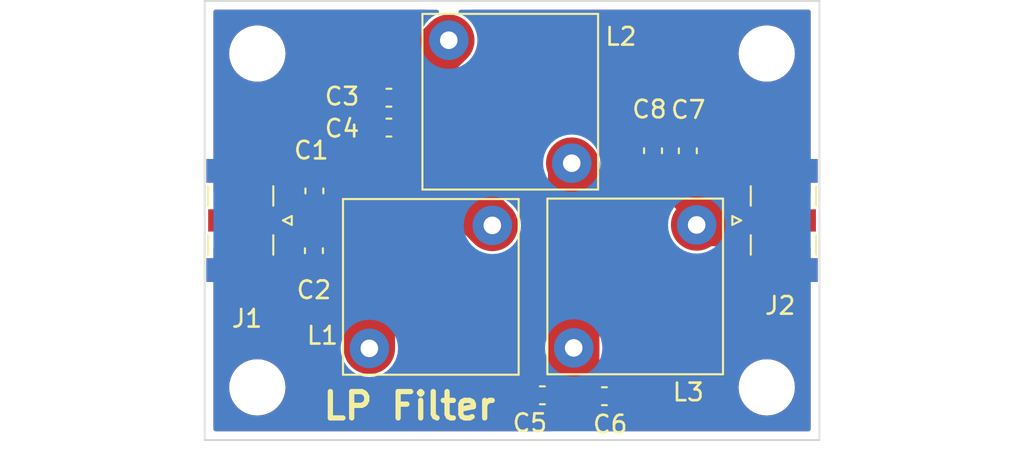
<source format=kicad_pcb>
(kicad_pcb (version 20211014) (generator pcbnew)
  (layers (0 "F.Cu" signal) (31 "B.Cu" signal) (34 "B.Paste" user) (35 "F.Paste" user) (36 "B.SilkS" user "B.Silkscreen") (37 "F.SilkS" user "F.Silkscreen") (38 "B.Mask" user) (39 "F.Mask" user) (44 "Edge.Cuts" user))
  (net 0 "")
  (net 1 "Net-(C1-Pad1)")
  (net 2 "GND")
  (net 3 "Net-(C3-Pad1)")
  (net 4 "Net-(C5-Pad1)")
  (net 5 "Net-(C7-Pad1)")
  (footprint "Capacitor_SMD:C_0603_1608Metric" (layer "F.Cu") (at 110.49 107.2134 180)
    (fp_text reference "C4" (at 2.667 -0.0508) (layer "F.SilkS"))
    (fp_text value "C")
    (fp_line (start -0.14058 -0.51) (end 0.14058 -0.51) (layer "F.SilkS") (width 0.12))
    (fp_line (start -0.14058 0.51) (end 0.14058 0.51) (layer "F.SilkS") (width 0.12))
    (pad "1" smd roundrect (at -0.775 0 180) (size 0.9 0.95) (layers "F.Cu" "F.Paste" "F.Mask") (net 3 "Net-(C3-Pad1)"))
    (pad "2" smd roundrect (at 0.775 0 180) (size 0.9 0.95) (layers "F.Cu" "F.Paste" "F.Mask") (net 2 "GND"))
  )
  (footprint "MountingHole:MountingHole_2.2mm_M2_DIN965" (layer "F.Cu") (at 103 122)
    (fp_text reference "H3" hide)
    (fp_text value "MountingHole")
    (pad "" np_thru_hole circle (at 0 0) (size 2.2 2.2) (drill 2.2) (layers *.Cu *.Mask))
  )
  (footprint "RF_Coil:10mm" (layer "F.Cu") (at 112.8776 116.2812 90)
    (fp_text reference "L1" (at -2.7686 -6.1722 unlocked) (layer "F.SilkS"))
    (fp_text value "L")
    (fp_line (start -5 -5) (end -5 5) (layer "F.SilkS") (width 0.12))
    (fp_line (start -5 5) (end 5 5) (layer "F.SilkS") (width 0.12))
    (fp_line (start 5 5) (end 5 -5) (layer "F.SilkS") (width 0.12))
    (fp_line (start 5 -5) (end -5 -5) (layer "F.SilkS") (width 0.12))
    (pad "1" thru_hole circle (at -3.5 -3.5 90) (size 2.25 2.25) (drill 1) (layers *.Cu *.Mask) (net 1 "Net-(C1-Pad1)"))
    (pad "2" thru_hole circle (at 3.5 3.5 90) (size 2.25 2.25) (drill 1) (layers *.Cu *.Mask) (net 3 "Net-(C3-Pad1)"))
  )
  (footprint "MountingHole:MountingHole_2.2mm_M2_DIN965" (layer "F.Cu") (at 132 122)
    (fp_text reference "H4" hide)
    (fp_text value "MountingHole")
    (pad "" np_thru_hole circle (at 0 0) (size 2.2 2.2) (drill 2.2) (layers *.Cu *.Mask))
  )
  (footprint "RF_Coil:10mm" (layer "F.Cu") (at 117.3988 105.7402)
    (fp_text reference "L2" (at 6.2992 -3.7084 unlocked) (layer "F.SilkS"))
    (fp_text value "L")
    (fp_line (start -5 -5) (end -5 5) (layer "F.SilkS") (width 0.12))
    (fp_line (start -5 5) (end 5 5) (layer "F.SilkS") (width 0.12))
    (fp_line (start 5 5) (end 5 -5) (layer "F.SilkS") (width 0.12))
    (fp_line (start 5 -5) (end -5 -5) (layer "F.SilkS") (width 0.12))
    (pad "1" thru_hole circle (at -3.5 -3.5) (size 2.25 2.25) (drill 1) (layers *.Cu *.Mask) (net 3 "Net-(C3-Pad1)"))
    (pad "2" thru_hole circle (at 3.5 3.5) (size 2.25 2.25) (drill 1) (layers *.Cu *.Mask) (net 4 "Net-(C5-Pad1)"))
  )
  (footprint "Capacitor_SMD:C_0603_1608Metric" (layer "F.Cu") (at 106.2482 110.8202 90)
    (fp_text reference "C1" (at 2.3114 -0.1778) (layer "F.SilkS"))
    (fp_text value "C")
    (fp_line (start -0.14058 0.51) (end 0.14058 0.51) (layer "F.SilkS") (width 0.12))
    (fp_line (start -0.14058 -0.51) (end 0.14058 -0.51) (layer "F.SilkS") (width 0.12))
    (pad "1" smd roundrect (at -0.775 0 90) (size 0.9 0.95) (layers "F.Cu" "F.Paste" "F.Mask") (net 1 "Net-(C1-Pad1)"))
    (pad "2" smd roundrect (at 0.775 0 90) (size 0.9 0.95) (layers "F.Cu" "F.Paste" "F.Mask") (net 2 "GND"))
  )
  (footprint "RF_Coil:10mm" (layer "F.Cu") (at 124.5108 116.2558 90)
    (fp_text reference "L3" (at -6.0198 3.0226 unlocked) (layer "F.SilkS"))
    (fp_text value "L")
    (fp_line (start -5 -5) (end -5 5) (layer "F.SilkS") (width 0.12))
    (fp_line (start 5 5) (end 5 -5) (layer "F.SilkS") (width 0.12))
    (fp_line (start -5 5) (end 5 5) (layer "F.SilkS") (width 0.12))
    (fp_line (start 5 -5) (end -5 -5) (layer "F.SilkS") (width 0.12))
    (pad "1" thru_hole circle (at -3.5 -3.5 90) (size 2.25 2.25) (drill 1) (layers *.Cu *.Mask) (net 4 "Net-(C5-Pad1)"))
    (pad "2" thru_hole circle (at 3.5 3.5 90) (size 2.25 2.25) (drill 1) (layers *.Cu *.Mask) (net 5 "Net-(C7-Pad1)"))
  )
  (footprint "Capacitor_SMD:C_0603_1608Metric" (layer "F.Cu") (at 125.5268 108.532 90)
    (fp_text reference "C8" (at 2.36 -0.2032) (layer "F.SilkS"))
    (fp_text value "C")
    (fp_line (start -0.14058 0.51) (end 0.14058 0.51) (layer "F.SilkS") (width 0.12))
    (fp_line (start -0.14058 -0.51) (end 0.14058 -0.51) (layer "F.SilkS") (width 0.12))
    (pad "1" smd roundrect (at -0.775 0 90) (size 0.9 0.95) (layers "F.Cu" "F.Paste" "F.Mask") (net 5 "Net-(C7-Pad1)"))
    (pad "2" smd roundrect (at 0.775 0 90) (size 0.9 0.95) (layers "F.Cu" "F.Paste" "F.Mask") (net 2 "GND"))
  )
  (footprint "Capacitor_SMD:C_0603_1608Metric" (layer "F.Cu") (at 106.2228 114.2238 -90)
    (fp_text reference "C2" (at 2.2352 0) (layer "F.SilkS"))
    (fp_text value "C")
    (fp_line (start -0.14058 0.51) (end 0.14058 0.51) (layer "F.SilkS") (width 0.12))
    (fp_line (start -0.14058 -0.51) (end 0.14058 -0.51) (layer "F.SilkS") (width 0.12))
    (pad "1" smd roundrect (at -0.775 0 270) (size 0.9 0.95) (layers "F.Cu" "F.Paste" "F.Mask") (net 1 "Net-(C1-Pad1)"))
    (pad "2" smd roundrect (at 0.775 0 270) (size 0.9 0.95) (layers "F.Cu" "F.Paste" "F.Mask") (net 2 "GND"))
  )
  (footprint "Capacitor_SMD:C_0603_1608Metric" (layer "F.Cu") (at 122.7582 122.5042)
    (fp_text reference "C6" (at 0.3302 1.6002) (layer "F.SilkS"))
    (fp_text value "C")
    (fp_line (start -0.14058 0.51) (end 0.14058 0.51) (layer "F.SilkS") (width 0.12))
    (fp_line (start -0.14058 -0.51) (end 0.14058 -0.51) (layer "F.SilkS") (width 0.12))
    (pad "1" smd roundrect (at -0.775 0) (size 0.9 0.95) (layers "F.Cu" "F.Paste" "F.Mask") (net 4 "Net-(C5-Pad1)"))
    (pad "2" smd roundrect (at 0.775 0) (size 0.9 0.95) (layers "F.Cu" "F.Paste" "F.Mask") (net 2 "GND"))
  )
  (footprint "Capacitor_SMD:C_0603_1608Metric" (layer "F.Cu") (at 119.2276 122.4534 180)
    (fp_text reference "C5" (at 0.7112 -1.5748) (layer "F.SilkS"))
    (fp_text value "C")
    (fp_line (start -0.14058 0.51) (end 0.14058 0.51) (layer "F.SilkS") (width 0.12))
    (fp_line (start -0.14058 -0.51) (end 0.14058 -0.51) (layer "F.SilkS") (width 0.12))
    (pad "1" smd roundrect (at -0.775 0 180) (size 0.9 0.95) (layers "F.Cu" "F.Paste" "F.Mask") (net 4 "Net-(C5-Pad1)"))
    (pad "2" smd roundrect (at 0.775 0 180) (size 0.9 0.95) (layers "F.Cu" "F.Paste" "F.Mask") (net 2 "GND"))
  )
  (footprint "MountingHole:MountingHole_2.2mm_M2_DIN965" (layer "F.Cu") (at 132 103)
    (fp_text reference "H2" hide)
    (fp_text value "MountingHole")
    (pad "" np_thru_hole circle (at 0 0) (size 2.2 2.2) (drill 2.2) (layers *.Cu *.Mask))
  )
  (footprint "Connector_Coaxial:SMA_Samtec_SMA-J-P-X-ST-EM1_EdgeMount" (layer "F.Cu") (at 132.8 112.5 90)
    (fp_text reference "J2" (at -4.848 -0.0342) (layer "F.SilkS"))
    (fp_text value "Conn_Coaxial")
    (fp_line (start 0.84 2) (end 1.95 2) (layer "F.SilkS") (width 0.12))
    (fp_line (start -0.25 -2.76) (end 0 -2.26) (layer "F.SilkS") (width 0.12))
    (fp_line (start -1.95 -1.71) (end -0.84 -1.71) (layer "F.SilkS") (width 0.12))
    (fp_line (start 0 -2.26) (end 0.25 -2.76) (layer "F.SilkS") (width 0.12))
    (fp_line (start 0.25 -2.76) (end -0.25 -2.76) (layer "F.SilkS") (width 0.12))
    (fp_line (start 0.84 -1.71) (end 1.95 -1.71) (layer "F.SilkS") (width 0.12))
    (fp_line (start -1.95 2) (end -0.84 2) (layer "F.SilkS") (width 0.12))
    (pad "1" smd rect (at 0 0.2 90) (size 1.27 3.6) (layers "F.Cu" "F.Paste" "F.Mask") (net 5 "Net-(C7-Pad1)"))
    (pad "2" smd rect (at 2.825 0 90) (size 1.35 4.2) (layers "F.Cu" "F.Paste" "F.Mask") (net 2 "GND"))
    (pad "2" smd rect (at -2.825 0 90) (size 1.35 4.2) (layers "F.Cu" "F.Paste" "F.Mask") (net 2 "GND"))
    (pad "2" smd rect (at 2.825 0 90) (size 1.35 4.2) (layers "B.Cu" "B.Paste" "B.Mask") (net 2 "GND"))
    (pad "2" smd rect (at -2.825 0 90) (size 1.35 4.2) (layers "B.Cu" "B.Paste" "B.Mask") (net 2 "GND"))
  )
  (footprint "Connector_Coaxial:SMA_Samtec_SMA-J-P-X-ST-EM1_EdgeMount" (layer "F.Cu") (at 102.2 112.5 -90)
    (fp_text reference "J1" (at 5.5846 -0.2128) (layer "F.SilkS"))
    (fp_text value "Conn_Coaxial")
    (fp_line (start -1.95 2) (end -0.84 2) (layer "F.SilkS") (width 0.12))
    (fp_line (start 0 -2.26) (end 0.25 -2.76) (layer "F.SilkS") (width 0.12))
    (fp_line (start -1.95 -1.71) (end -0.84 -1.71) (layer "F.SilkS") (width 0.12))
    (fp_line (start 0.84 2) (end 1.95 2) (layer "F.SilkS") (width 0.12))
    (fp_line (start -0.25 -2.76) (end 0 -2.26) (layer "F.SilkS") (width 0.12))
    (fp_line (start 0.84 -1.71) (end 1.95 -1.71) (layer "F.SilkS") (width 0.12))
    (fp_line (start 0.25 -2.76) (end -0.25 -2.76) (layer "F.SilkS") (width 0.12))
    (pad "1" smd rect (at 0 0.2 270) (size 1.27 3.6) (layers "F.Cu" "F.Paste" "F.Mask") (net 1 "Net-(C1-Pad1)"))
    (pad "2" smd rect (at 2.825 0 270) (size 1.35 4.2) (layers "B.Cu" "B.Paste" "B.Mask") (net 2 "GND"))
    (pad "2" smd rect (at -2.825 0 270) (size 1.35 4.2) (layers "F.Cu" "F.Paste" "F.Mask") (net 2 "GND"))
    (pad "2" smd rect (at -2.825 0 270) (size 1.35 4.2) (layers "B.Cu" "B.Paste" "B.Mask") (net 2 "GND"))
    (pad "2" smd rect (at 2.825 0 270) (size 1.35 4.2) (layers "F.Cu" "F.Paste" "F.Mask") (net 2 "GND"))
  )
  (footprint "Capacitor_SMD:C_0603_1608Metric" (layer "F.Cu") (at 127.508 108.5342 90)
    (fp_text reference "C7" (at 2.3368 0.0254) (layer "F.SilkS"))
    (fp_text value "C")
    (fp_line (start -0.14058 0.51) (end 0.14058 0.51) (layer "F.SilkS") (width 0.12))
    (fp_line (start -0.14058 -0.51) (end 0.14058 -0.51) (layer "F.SilkS") (width 0.12))
    (pad "1" smd roundrect (at -0.775 0 90) (size 0.9 0.95) (layers "F.Cu" "F.Paste" "F.Mask") (net 5 "Net-(C7-Pad1)"))
    (pad "2" smd roundrect (at 0.775 0 90) (size 0.9 0.95) (layers "F.Cu" "F.Paste" "F.Mask") (net 2 "GND"))
  )
  (footprint "Capacitor_SMD:C_0603_1608Metric" (layer "F.Cu") (at 110.49 105.5116 180)
    (fp_text reference "C3" (at 2.667 0.0762) (layer "F.SilkS"))
    (fp_text value "C")
    (fp_line (start -0.14058 0.51) (end 0.14058 0.51) (layer "F.SilkS") (width 0.12))
    (fp_line (start -0.14058 -0.51) (end 0.14058 -0.51) (layer "F.SilkS") (width 0.12))
    (pad "1" smd roundrect (at -0.775 0 180) (size 0.9 0.95) (layers "F.Cu" "F.Paste" "F.Mask") (net 3 "Net-(C3-Pad1)"))
    (pad "2" smd roundrect (at 0.775 0 180) (size 0.9 0.95) (layers "F.Cu" "F.Paste" "F.Mask") (net 2 "GND"))
  )
  (footprint "MountingHole:MountingHole_2.2mm_M2_DIN965" (layer "F.Cu") (at 103 103)
    (fp_text reference "H1" hide)
    (fp_text value "MountingHole")
    (pad "" np_thru_hole circle (at 0 0) (size 2.2 2.2) (drill 2.2) (layers *.Cu *.Mask))
  )
  (gr_line (start 100 125) (end 100 100) (layer "Edge.Cuts") (width 0.1))
  (gr_line (start 135 100) (end 100 100) (layer "Edge.Cuts") (width 0.1))
  (gr_line (start 135 125) (end 135 100) (layer "Edge.Cuts") (width 0.1))
  (gr_line (start 100 125) (end 135 125) (layer "Edge.Cuts") (width 0.1))
  (gr_text "LP Filter" (at 111.6584 123.063) (layer "F.SilkS") (effects (font (size 1.5 1.5) (thickness 0.3))))
  (segment (start 109.3776 114.2798) (end 109.3776 119.7812) (width 2.93) (layer "F.Cu") (net 1))
  (segment (start 107.5978 112.5) (end 109.3776 114.2798) (width 2.93) (layer "F.Cu") (net 1))
  (segment (start 102 112.5) (end 107.5978 112.5) (width 2.93) (layer "F.Cu") (net 1))
  (segment (start 112.268 108.6716) (end 116.3776 112.7812) (width 2.93) (layer "F.Cu") (net 3))
  (segment (start 113.8988 102.2402) (end 112.268 103.871) (width 2.93) (layer "F.Cu") (net 3))
  (segment (start 112.268 103.871) (end 112.268 108.6716) (width 2.93) (layer "F.Cu") (net 3))
  (segment (start 121.0108 119.7558) (end 121.0108 122.738) (width 2.93) (layer "F.Cu") (net 4))
  (segment (start 121.0108 109.3522) (end 120.8988 109.2402) (width 2.93) (layer "F.Cu") (net 4))
  (segment (start 121.0108 119.7558) (end 121.0108 109.3522) (width 2.93) (layer "F.Cu") (net 4))
  (segment (start 133 112.5) (end 130.0954 112.5) (width 2.93) (layer "F.Cu") (net 5))
  (segment (start 130.0954 112.5) (end 129.5688 112.5) (width 2.93) (layer "F.Cu") (net 5))
  (segment (start 127.3302 110.2614) (end 125.3744 110.2614) (width 2.93) (layer "F.Cu") (net 5))
  (segment (start 128.2666 112.5) (end 128.0108 112.7558) (width 2.93) (layer "F.Cu") (net 5))
  (segment (start 129.5688 112.5) (end 127.3302 110.2614) (width 2.93) (layer "F.Cu") (net 5))
  (segment (start 130.0954 112.5) (end 128.2666 112.5) (width 2.93) (layer "F.Cu") (net 5))
  (zone (net 2) (net_name "GND") (layers F&B.Cu) (connect_pads yes (clearance 0.5)) (min_thickness 0.254) (fill yes (thermal_gap 0.508) (thermal_bridge_width 0.508))
    (polygon (pts (xy 135.0264 124.9934) (xy 99.9998 124.9934) (xy 99.9998 99.9998) (xy 135.0264 99.9998)))
  )
)
</source>
